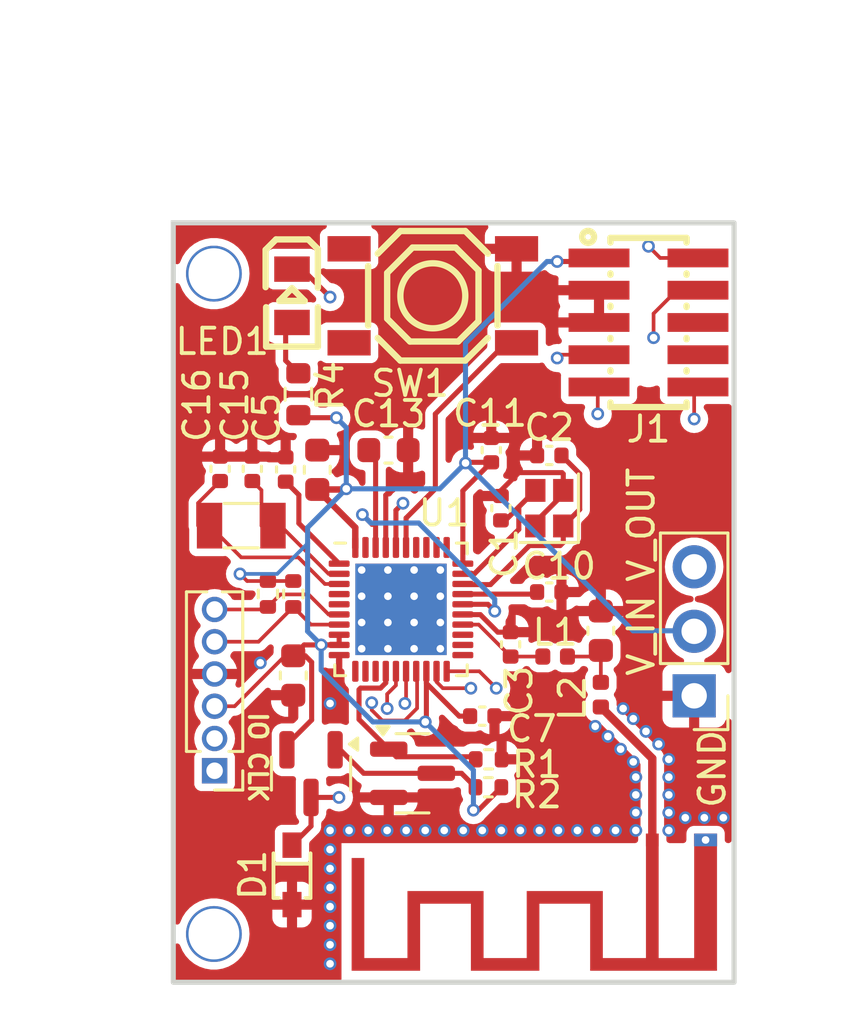
<source format=kicad_pcb>
(kicad_pcb (version 20240108) (generator "pcbnew") (generator_version "8.0")
  (layers (0 "F.Cu" signal) (1 "In1.Cu" signal) (2 "In2.Cu" signal) (31 "B.Cu" signal) (34 "B.Paste" user) (35 "F.Paste" user) (36 "B.SilkS" user "B.Silkscreen") (37 "F.SilkS" user "F.Silkscreen") (38 "B.Mask" user) (39 "F.Mask" user) (44 "Edge.Cuts" user))
  (net 0 "")
  (net 1 "Net-(AE1-A)")
  (net 2 "Net-(U1-XC1)")
  (net 3 "GND")
  (net 4 "Net-(U1-XC2)")
  (net 5 "Net-(U1-XL1{slash}P0.00)")
  (net 6 "Net-(U1-XL2{slash}P0.01)")
  (net 7 "Net-(U1-DEC1)")
  (net 8 "VDD")
  (net 9 "Net-(U1-DEC4)")
  (net 10 "Net-(U1-DEC3)")
  (net 11 "Net-(U1-ANT)")
  (net 12 "/SWDCLK")
  (net 13 "/RST")
  (net 17 "/SWDIO")
  (net 18 "Net-(LED1-A)")
  (net 19 "Net-(LED1-K)")
  (net 20 "Net-(SW1-A)")
  (net 24 "/DBG_RX")
  (net 37 "/DBG_TX")
  (net 40 "Net-(C4-Pad1)")
  (net 41 "Net-(Q1-G)")
  (net 42 "Net-(Q1-D)")
  (net 43 "/ROTHULT_RX")
  (net 44 "/ROTHULT_TX")
  (net 45 "Net-(D1-C)")
  (footprint "easyeda2kicad:SW-SMD_4P-L5.1-W5.1-P3.70-LS6.5-TL-2" (layer "F.Cu") (at 123.3 74.95 180)
    (property "Reference" "SW1" (at 0.9 -3.45 0) (layer "F.SilkS"))
    (property "Value" "TS-1187A-B-A-B")
    (pad "1" smd rect (at -3.3 -1.85 180) (size 1.7 1) (layers "F.Cu" "F.Paste" "F.Mask") (net 20 "Net-(SW1-A)"))
    (pad "2" smd rect (at 3.3 -1.85 180) (size 1.7 1) (layers "F.Cu" "F.Paste" "F.Mask"))
    (pad "3" smd rect (at -3.3 1.85 180) (size 1.7 1) (layers "F.Cu" "F.Paste" "F.Mask") (net 3 "GND"))
    (pad "4" smd rect (at 3.3 1.85 180) (size 1.7 1) (layers "F.Cu" "F.Paste" "F.Mask"))
  )
  (footprint "Resistor_SMD:R_0402_1005Metric" (layer "F.Cu") (at 125.49 94.3 180)
    (property "Reference" "R2" (at -1.91 -0.3 0) (layer "F.SilkS"))
    (property "Value" "10k")
    (pad "1" smd roundrect (at -0.51 0 180) (size 0.54 0.64) (layers "F.Cu" "F.Paste" "F.Mask") (net 8 "VDD"))
    (pad "2" smd roundrect (at 0.51 0 180) (size 0.54 0.64) (layers "F.Cu" "F.Paste" "F.Mask") (net 42 "Net-(Q1-D)"))
  )
  (footprint "Resistor_SMD:R_0402_1005Metric" (layer "F.Cu") (at 117.8 86.69 -90)
    (property "Reference" "R3" (hide yes))
    (property "Value" "10k")
    (pad "1" smd roundrect (at -0.51 0 270) (size 0.54 0.64) (layers "F.Cu" "F.Paste" "F.Mask") (net 8 "VDD"))
    (pad "2" smd roundrect (at 0.51 0 270) (size 0.54 0.64) (layers "F.Cu" "F.Paste" "F.Mask") (net 43 "/ROTHULT_RX"))
  )
  (footprint "Crystal:Crystal_SMD_2016-4Pin_2.0x1.6mm" (layer "F.Cu") (at 127.889779 83.311979 90)
    (property "Reference" "X1" (hide yes))
    (property "Value" "32Mhz crystal")
    (pad "1" smd rect (at -0.7 0.55 90) (size 0.9 0.8) (layers "F.Cu" "F.Paste" "F.Mask") (net 2 "Net-(U1-XC1)"))
    (pad "2" smd rect (at 0.7 0.55 90) (size 0.9 0.8) (layers "F.Cu" "F.Paste" "F.Mask") (net 3 "GND"))
    (pad "3" smd rect (at 0.7 -0.55 90) (size 0.9 0.8) (layers "F.Cu" "F.Paste" "F.Mask") (net 4 "Net-(U1-XC2)"))
    (pad "4" smd rect (at -0.7 -0.55 90) (size 0.9 0.8) (layers "F.Cu" "F.Paste" "F.Mask") (net 3 "GND"))
  )
  (footprint "Inductor_SMD:L_0402_1005Metric" (layer "F.Cu") (at 129.921779 90.654979 -90)
    (property "Reference" "L2" (at 0.145021 1.121779 90) (layer "F.SilkS"))
    (property "Value" "2.2 nH")
    (pad "1" smd roundrect (at -0.485 0 270) (size 0.59 0.64) (layers "F.Cu" "F.Paste" "F.Mask") (net 40 "Net-(C4-Pad1)"))
    (pad "2" smd roundrect (at 0.485 0 270) (size 0.59 0.64) (layers "F.Cu" "F.Paste" "F.Mask") (net 1 "Net-(AE1-A)"))
  )
  (footprint "Capacitor_SMD:C_0402_1005Metric" (layer "F.Cu") (at 127.889779 81.235979)
    (property "Reference" "C2" (at 0 -1.099 0) (layer "F.SilkS"))
    (property "Value" "12 pF")
    (pad "1" smd roundrect (at -0.48 0) (size 0.56 0.62) (layers "F.Cu" "F.Paste" "F.Mask") (net 3 "GND"))
    (pad "2" smd roundrect (at 0.48 0) (size 0.56 0.62) (layers "F.Cu" "F.Paste" "F.Mask") (net 2 "Net-(U1-XC1)"))
  )
  (footprint "Capacitor_SMD:C_0402_1005Metric" (layer "F.Cu") (at 126.365779 88.673979 90)
    (property "Reference" "C3" (at -1.826021 0.334221 90) (layer "F.SilkS"))
    (property "Value" "1.0 pF")
    (pad "1" smd roundrect (at -0.48 0 90) (size 0.56 0.62) (layers "F.Cu" "F.Paste" "F.Mask") (net 11 "Net-(U1-ANT)"))
    (pad "2" smd roundrect (at 0.48 0 90) (size 0.56 0.62) (layers "F.Cu" "F.Paste" "F.Mask") (net 3 "GND"))
  )
  (footprint "Capacitor_SMD:C_0402_1005Metric" (layer "F.Cu") (at 117.5 81.787979 -90)
    (property "Reference" "C5" (at -2.037979 0.75 90) (layer "F.SilkS"))
    (property "Value" "100 nF")
    (pad "1" smd roundrect (at -0.48 0 270) (size 0.56 0.62) (layers "F.Cu" "F.Paste" "F.Mask") (net 3 "GND"))
    (pad "2" smd roundrect (at 0.48 0 270) (size 0.56 0.62) (layers "F.Cu" "F.Paste" "F.Mask") (net 7 "Net-(U1-DEC1)"))
  )
  (footprint "Package_DFN_QFN:QFN-40-1EP_5x5mm_P0.4mm_EP3.6x3.6mm_ThermalVias" (layer "F.Cu") (at 122.045779 87.295979)
    (property "Reference" "U1" (at 1.704221 -3.795979 0) (layer "F.SilkS"))
    (property "Value" "nRF52833-QDxx")
    (pad "1" smd roundrect (at -2.4375 -1.8) (size 0.825 0.25) (layers "F.Cu" "F.Paste" "F.Mask") (net 7 "Net-(U1-DEC1)"))
    (pad "2" smd roundrect (at -2.4375 -1.4) (size 0.825 0.25) (layers "F.Cu" "F.Paste" "F.Mask") (net 5 "Net-(U1-XL1{slash}P0.00)"))
    (pad "3" smd roundrect (at -2.4375 -1) (size 0.825 0.25) (layers "F.Cu" "F.Paste" "F.Mask") (net 6 "Net-(U1-XL2{slash}P0.01)"))
    (pad "4" smd roundrect (at -2.4375 -0.6) (size 0.825 0.25) (layers "F.Cu" "F.Paste" "F.Mask"))
    (pad "5" smd roundrect (at -2.4375 -0.2) (size 0.825 0.25) (layers "F.Cu" "F.Paste" "F.Mask"))
    (pad "6" smd roundrect (at -2.4375 0.2) (size 0.825 0.25) (layers "F.Cu" "F.Paste" "F.Mask") (net 44 "/ROTHULT_TX"))
    (pad "7" smd roundrect (at -2.4375 0.6) (size 0.825 0.25) (layers "F.Cu" "F.Paste" "F.Mask") (net 43 "/ROTHULT_RX"))
    (pad "8" smd roundrect (at -2.4375 1) (size 0.825 0.25) (layers "F.Cu" "F.Paste" "F.Mask") (net 8 "VDD"))
    (pad "9" smd roundrect (at -2.4375 1.4) (size 0.825 0.25) (layers "F.Cu" "F.Paste" "F.Mask") (net 8 "VDD"))
    (pad "10" smd roundrect (at -2.4375 1.8) (size 0.825 0.25) (layers "F.Cu" "F.Paste" "F.Mask") (net 3 "GND"))
    (pad "11" smd roundrect (at -1.8 2.4375) (size 0.25 0.825) (layers "F.Cu" "F.Paste" "F.Mask"))
    (pad "12" smd roundrect (at -1.4 2.4375) (size 0.25 0.825) (layers "F.Cu" "F.Paste" "F.Mask"))
    (pad "13" smd roundrect (at -1 2.4375) (size 0.25 0.825) (layers "F.Cu" "F.Paste" "F.Mask"))
    (pad "14" smd roundrect (at -0.6 2.4375) (size 0.25 0.825) (layers "F.Cu" "F.Paste" "F.Mask") (net 41 "Net-(Q1-G)"))
    (pad "15" smd roundrect (at -0.2 2.4375) (size 0.25 0.825) (layers "F.Cu" "F.Paste" "F.Mask") (net 24 "/DBG_RX"))
    (pad "16" smd roundrect (at 0.2 2.4375) (size 0.25 0.825) (layers "F.Cu" "F.Paste" "F.Mask") (net 13 "/RST"))
    (pad "17" smd roundrect (at 0.6 2.4375) (size 0.25 0.825) (layers "F.Cu" "F.Paste" "F.Mask") (net 37 "/DBG_TX"))
    (pad "18" smd roundrect (at 1 2.4375) (size 0.25 0.825) (layers "F.Cu" "F.Paste" "F.Mask") (net 8 "VDD"))
    (pad "19" smd roundrect (at 1.4 2.4375) (size 0.25 0.825) (layers "F.Cu" "F.Paste" "F.Mask") (net 17 "/SWDIO"))
    (pad "20" smd roundrect (at 1.8 2.4375) (size 0.25 0.825) (layers "F.Cu" "F.Paste" "F.Mask") (net 12 "/SWDCLK"))
    (pad "21" smd roundrect (at 2.4375 1.8) (size 0.825 0.25) (layers "F.Cu" "F.Paste" "F.Mask"))
    (pad "22" smd roundrect (at 2.4375 1.4) (size 0.825 0.25) (layers "F.Cu" "F.Paste" "F.Mask"))
    (pad "23" smd roundrect (at 2.4375 1) (size 0.825 0.25) (layers "F.Cu" "F.Paste" "F.Mask"))
    (pad "24" smd roundrect (at 2.4375 0.6) (size 0.825 0.25) (layers "F.Cu" "F.Paste" "F.Mask") (net 11 "Net-(U1-ANT)"))
    (pad "25" smd roundrect (at 2.4375 0.2) (size 0.825 0.25) (layers "F.Cu" "F.Paste" "F.Mask") (net 3 "GND"))
    (pad "26" smd roundrect (at 2.4375 -0.2) (size 0.825 0.25) (layers "F.Cu" "F.Paste" "F.Mask") (net 9 "Net-(U1-DEC4)"))
    (pad "27" smd roundrect (at 2.4375 -0.6) (size 0.825 0.25) (layers "F.Cu" "F.Paste" "F.Mask") (net 10 "Net-(U1-DEC3)"))
    (pad "28" smd roundrect (at 2.4375 -1) (size 0.825 0.25) (layers "F.Cu" "F.Paste" "F.Mask") (net 2 "Net-(U1-XC1)"))
    (pad "29" smd roundrect (at 2.4375 -1.4) (size 0.825 0.25) (layers "F.Cu" "F.Paste" "F.Mask") (net 4 "Net-(U1-XC2)"))
    (pad "30" smd roundrect (at 2.4375 -1.8) (size 0.825 0.25) (layers "F.Cu" "F.Paste" "F.Mask") (net 8 "VDD"))
    (pad "31" smd roundrect (at 1.8 -2.4375) (size 0.25 0.825) (layers "F.Cu" "F.Paste" "F.Mask"))
    (pad "32" smd roundrect (at 1.4 -2.4375) (size 0.25 0.825) (layers "F.Cu" "F.Paste" "F.Mask"))
    (pad "33" smd roundrect (at 1 -2.4375) (size 0.25 0.825) (layers "F.Cu" "F.Paste" "F.Mask"))
    (pad "34" smd roundrect (at 0.6 -2.4375) (size 0.25 0.825) (layers "F.Cu" "F.Paste" "F.Mask"))
    (pad "35" smd roundrect (at 0.2 -2.4375) (size 0.25 0.825) (layers "F.Cu" "F.Paste" "F.Mask") (net 20 "Net-(SW1-A)"))
    (pad "36" smd roundrect (at -0.2 -2.4375) (size 0.25 0.825) (layers "F.Cu" "F.Paste" "F.Mask") (net 19 "Net-(LED1-K)"))
    (pad "37" smd roundrect (at -0.6 -2.4375) (size 0.25 0.825) (layers "F.Cu" "F.Paste" "F.Mask") (net 3 "GND"))
    (pad "38" smd roundrect (at -1 -2.4375) (size 0.25 0.825) (layers "F.Cu" "F.Paste" "F.Mask") (net 9 "Net-(U1-DEC4)"))
    (pad "39" smd roundrect (at -1.4 -2.4375) (size 0.25 0.825) (layers "F.Cu" "F.Paste" "F.Mask"))
    (pad "40" smd roundrect (at -1.8 -2.4375) (size 0.25 0.825) (layers "F.Cu" "F.Paste" "F.Mask") (net 8 "VDD"))
    (pad "41" thru_hole circle (at -1.55 -1.55) (size 0.5 0.5) (drill 0.3) (layers "*.Cu"))
    (pad "41" thru_hole circle (at -1.55 -0.516667) (size 0.5 0.5) (drill 0.3) (layers "*.Cu"))
    (pad "41" thru_hole circle (at -1.55 0.516667) (size 0.5 0.5) (drill 0.3) (layers "*.Cu"))
    (pad "41" thru_hole circle (at -1.55 1.55) (size 0.5 0.5) (drill 0.3) (layers "*.Cu"))
    (pad "41" thru_hole circle (at -0.516667 -1.55) (size 0.5 0.5) (drill 0.3) (layers "*.Cu"))
    (pad "41" thru_hole circle (at -0.516667 -0.516667) (size 0.5 0.5) (drill 0.3) (layers "*.Cu"))
    (pad "41" thru_hole circle (at -0.516667 0.516667) (size 0.5 0.5) (drill 0.3) (layers "*.Cu"))
    (pad "41" thru_hole circle (at -0.516667 1.55) (size 0.5 0.5) (drill 0.3) (layers "*.Cu"))
    (pad "41" smd rect (at 0 0) (size 3.6 3.6) (layers "F.Cu" "F.Mask"))
    (pad "41" smd rect (at 0 0) (size 3.6 3.6) (layers "B.Cu"))
    (pad "41" thru_hole circle (at 0.516667 -1.55) (size 0.5 0.5) (drill 0.3) (layers "*.Cu"))
    (pad "41" thru_hole circle (at 0.516667 -0.516667) (size 0.5 0.5) (drill 0.3) (layers "*.Cu"))
    (pad "41" thru_hole circle (at 0.516667 0.516667) (size 0.5 0.5) (drill 0.3) (layers "*.Cu"))
    (pad "41" thru_hole circle (at 0.516667 1.55) (size 0.5 0.5) (drill 0.3) (layers "*.Cu"))
    (pad "41" thru_hole circle (at 1.55 -1.55) (size 0.5 0.5) (drill 0.3) (layers "*.Cu"))
    (pad "41" thru_hole circle (at 1.55 -0.516667) (size 0.5 0.5) (drill 0.3) (layers "*.Cu"))
    (pad "41" thru_hole circle (at 1.55 0.516667) (size 0.5 0.5) (drill 0.3) (layers "*.Cu"))
    (pad "41" thru_hole circle (at 1.55 1.55) (size 0.5 0.5) (drill 0.3) (layers "*.Cu"))
  )
  (footprint "Capacitor_SMD:C_0402_1005Metric" (layer "F.Cu") (at 125.25 91.5)
    (property "Reference" "C7" (at 1.95 0.5 0) (layer "F.SilkS"))
    (property "Value" "100 nF")
    (pad "1" smd roundrect (at -0.48 0) (size 0.56 0.62) (layers "F.Cu" "F.Paste" "F.Mask") (net 8 "VDD"))
    (pad "2" smd roundrect (at 0.48 0) (size 0.56 0.62) (layers "F.Cu" "F.Paste" "F.Mask") (net 3 "GND"))
  )
  (footprint "Package_TO_SOT_SMD:SOT-23" (layer "F.Cu") (at 118.5 93.7625 -90)
    (property "Reference" "Q2" (hide yes))
    (property "Value" "IRML6401")
    (pad "1" smd roundrect (at -0.9375 -0.95 270) (size 1.475 0.6) (layers "F.Cu" "F.Paste" "F.Mask") (net 42 "Net-(Q1-D)"))
    (pad "2" smd roundrect (at -0.9375 0.95 270) (size 1.475 0.6) (layers "F.Cu" "F.Paste" "F.Mask") (net 8 "VDD"))
    (pad "3" smd roundrect (at 0.9375 0 270) (size 1.475 0.6) (layers "F.Cu" "F.Paste" "F.Mask") (net 45 "Net-(D1-C)"))
  )
  (footprint "Capacitor_SMD:C_0402_1005Metric" (layer "F.Cu") (at 116.186 81.7624 -90)
    (property "Reference" "C15" (at -2.5124 0.686 90) (layer "F.SilkS"))
    (property "Value" "12 pF")
    (pad "1" smd roundrect (at -0.48 0 270) (size 0.56 0.62) (layers "F.Cu" "F.Paste" "F.Mask") (net 3 "GND"))
    (pad "2" smd roundrect (at 0.48 0 270) (size 0.56 0.62) (layers "F.Cu" "F.Paste" "F.Mask") (net 5 "Net-(U1-XL1{slash}P0.00)"))
  )
  (footprint "easyeda2kicad:HDR-SMD_10P-P1.27-V-M-R2-C5-LS5.5" (layer "F.Cu") (at 131.8 76 -90)
    (property "Reference" "J1" (at 4.2 0 0) (layer "F.SilkS"))
    (property "Value" "KH-1.27PH180-2X5P-L7.2-SMT")
    (pad "" np_thru_hole circle (at -1.91 0 270) (size 0.8 0.8) (drill 0.8) (layers "F&B.Cu" "*.Mask"))
    (pad "" np_thru_hole circle (at 1.9 0 270) (size 0.8 0.8) (drill 0.8) (layers "F&B.Cu" "*.Mask"))
    (pad "1" smd rect (at -2.54 1.95 270) (size 0.74 2.4) (layers "F.Cu" "F.Paste" "F.Mask") (net 8 "VDD"))
    (pad "2" smd rect (at -2.54 -1.95 270) (size 0.74 2.4) (layers "F.Cu" "F.Paste" "F.Mask") (net 17 "/SWDIO"))
    (pad "3" smd rect (at -1.27 1.95 270) (size 0.74 2.4) (layers "F.Cu" "F.Paste" "F.Mask") (net 3 "GND"))
    (pad "4" smd rect (at -1.27 -1.95 270) (size 0.74 2.4) (layers "F.Cu" "F.Paste" "F.Mask") (net 12 "/SWDCLK"))
    (pad "5" smd rect (at 0 1.95 270) (size 0.74 2.4) (layers "F.Cu" "F.Paste" "F.Mask") (net 3 "GND"))
    (pad "6" smd rect (at 0 -1.95 270) (size 0.74 2.4) (layers "F.Cu" "F.Paste" "F.Mask"))
    (pad "7" smd rect (at 1.27 1.95 270) (size 0.74 2.4) (layers "F.Cu" "F.Paste" "F.Mask") (net 37 "/DBG_TX"))
    (pad "8" smd rect (at 1.27 -1.95 270) (size 0.74 2.4) (layers "F.Cu" "F.Paste" "F.Mask"))
    (pad "9" smd rect (at 2.54 1.95 270) (size 0.74 2.4) (layers "F.Cu" "F.Paste" "F.Mask") (net 24 "/DBG_RX"))
    (pad "10" smd rect (at 2.54 -1.95 270) (size 0.74 2.4) (layers "F.Cu" "F.Paste" "F.Mask") (net 13 "/RST"))
  )
  (footprint "Resistor_SMD:R_0402_1005Metric" (layer "F.Cu") (at 125.5 93.2)
    (property "Reference" "R1" (at 1.9 0.2 0) (layer "F.SilkS"))
    (property "Value" "10k")
    (pad "1" smd roundrect (at -0.51 0) (size 0.54 0.64) (layers "F.Cu" "F.Paste" "F.Mask") (net 41 "Net-(Q1-G)"))
    (pad "2" smd roundrect (at 0.51 0) (size 0.54 0.64) (layers "F.Cu" "F.Paste" "F.Mask") (net 3 "GND"))
  )
  (footprint "Package_TO_SOT_SMD:SOT-23" (layer "F.Cu") (at 122.5 93.75)
    (property "Reference" "Q1" (hide yes))
    (property "Value" "2N7002")
    (pad "1" smd roundrect (at -0.9375 -0.95) (size 1.475 0.6) (layers "F.Cu" "F.Paste" "F.Mask") (net 41 "Net-(Q1-G)"))
    (pad "2" smd roundrect (at -0.9375 0.95) (size 1.475 0.6) (layers "F.Cu" "F.Paste" "F.Mask") (net 3 "GND"))
    (pad "3" smd roundrect (at 0.9375 0) (size 1.475 0.6) (layers "F.Cu" "F.Paste" "F.Mask") (net 42 "Net-(Q1-D)"))
  )
  (footprint "Capacitor_SMD:C_0402_1005Metric" (layer "F.Cu") (at 125.603779 81.025979 90)
    (property "Reference" "C11" (at 1.448 -0.051 180) (layer "F.SilkS"))
    (property "Value" "100 nF")
    (pad "1" smd roundrect (at -0.48 0 90) (size 0.56 0.62) (layers "F.Cu" "F.Paste" "F.Mask") (net 8 "VDD"))
    (pad "2" smd roundrect (at 0.48 0 90) (size 0.56 0.62) (layers "F.Cu" "F.Paste" "F.Mask") (net 3 "GND"))
  )
  (footprint "Crystal:Crystal_SMD_3215-2Pin_3.2x1.5mm" (layer "F.Cu") (at 115.75 84 180)
    (property "Reference" "X2" (hide yes))
    (property "Value" "32.768kHz crystal")
    (pad "1" smd rect (at 1.25 0 180) (size 1 1.8) (layers "F.Cu" "F.Paste" "F.Mask") (net 6 "Net-(U1-XL2{slash}P0.01)"))
    (pad "2" smd rect (at -1.25 0 180) (size 1 1.8) (layers "F.Cu" "F.Paste" "F.Mask") (net 5 "Net-(U1-XL1{slash}P0.00)"))
  )
  (footprint "Inductor_SMD:L_0402_1005Metric" (layer "F.Cu") (at 128.120779 89.153979)
    (property "Reference" "L1" (at 0 -0.953979 0) (layer "F.SilkS"))
    (property "Value" "4.7 nH")
    (pad "1" smd roundrect (at -0.485 0) (size 0.59 0.64) (layers "F.Cu" "F.Paste" "F.Mask") (net 11 "Net-(U1-ANT)"))
    (pad "2" smd roundrect (at 0.485 0) (size 0.59 0.64) (layers "F.Cu" "F.Paste" "F.Mask") (net 40 "Net-(C4-Pad1)"))
  )
  (footprint "Capacitor_SMD:C_0603_1608Metric" (layer "F.Cu") (at 129.921779 88.137979 90)
    (property "Reference" "C4" (hide yes))
    (property "Value" "1.2 pF")
    (pad "1" smd roundrect (at -0.775 0 90) (size 0.9 0.95) (layers "F.Cu" "F.Paste" "F.Mask") (net 40 "Net-(C4-Pad1)"))
    (pad "2" smd roundrect (at 0.775 0 90) (size 0.9 0.95) (layers "F.Cu" "F.Paste" "F.Mask") (net 3 "GND"))
  )
  (footprint "Connector_PinHeader_1.27mm:PinHeader_1x06_P1.27mm_Vertical" (layer "F.Cu") (at 114.7 93.65 180)
    (property "Reference" "J2" (hide yes))
    (property "Value" "Rothult_Debug_Header")
    (pad "1" thru_hole rect (at 0 0 180) (size 1 1) (drill 0.65) (layers "*.Cu" "*.Mask"))
    (pad "2" thru_hole oval (at 0 1.27 180) (size 1 1) (drill 0.65) (layers "*.Cu" "*.Mask"))
    (pad "3" thru_hole oval (at 0 2.54 180) (size 1 1) (drill 0.65) (layers "*.Cu" "*.Mask") (net 8 "VDD"))
    (pad "4" thru_hole oval (at 0 3.81 180) (size 1 1) (drill 0.65) (layers "*.Cu" "*.Mask") (net 3 "GND"))
    (pad "5" thru_hole oval (at 0 5.08 180) (size 1 1) (drill 0.65) (layers "*.Cu" "*.Mask") (net 43 "/ROTHULT_RX"))
    (pad "6" thru_hole oval (at 0 6.35 180) (size 1 1) (drill 0.65) (layers "*.Cu" "*.Mask") (net 44 "/ROTHULT_TX"))
  )
  (footprint "Resistor_SMD:R_0603_1608Metric" (layer "F.Cu") (at 118 78.825 -90)
    (property "Reference" "R4" (at -0.325 -1.25 90) (layer "F.SilkS"))
    (property "Value" "100R Resistor")
    (pad "1" smd roundrect (at -0.825 0 270) (size 0.8 0.95) (layers "F.Cu" "F.Paste" "F.Mask") (net 18 "Net-(LED1-A)"))
    (pad "2" smd roundrect (at 0.825 0 270) (size 0.8 0.95) (layers "F.Cu" "F.Paste" "F.Mask") (net 8 "VDD"))
  )
  (footprint "Capacitor_SMD:C_0603_1608Metric" (layer "F.Cu") (at 118.745779 81.800979 90)
    (property "Reference" "C12" (hide yes))
    (property "Value" "1.0 uF")
    (pad "1" smd roundrect (at -0.775 0 90) (size 0.9 0.95) (layers "F.Cu" "F.Paste" "F.Mask") (net 8 "VDD"))
    (pad "2" smd roundrect (at 0.775 0 90) (size 0.9 0.95) (layers "F.Cu" "F.Paste" "F.Mask") (net 3 "GND"))
  )
  (footprint "Capacitor_SMD:C_0603_1608Metric" (layer "F.Cu") (at 121.552779 81.025979)
    (property "Reference" "C13" (at 0 -1.43 0) (layer "F.SilkS"))
    (property "Value" "1.0 uF")
    (pad "1" smd roundrect (at -0.775 0) (size 0.9 0.95) (layers "F.Cu" "F.Paste" "F.Mask") (net 9 "Net-(U1-DEC4)"))
    (pad "2" smd roundrect (at 0.775 0) (size 0.9 0.95) (layers "F.Cu" "F.Paste" "F.Mask") (net 3 "GND"))
  )
  (footprint "Connector_PinHeader_2.54mm:PinHeader_1x03_P2.54mm_Vertical" (layer "F.Cu") (at 133.6 90.7 180)
    (property "Reference" "J3" (hide yes))
    (property "Value" "Conn_01x03_Pin")
    (pad "1" thru_hole rect (at 0 0 180) (size 1.7 1.7) (drill 1) (layers "*.Cu" "*.Mask") (net 3 "GND"))
    (pad "2" thru_hole oval (at 0 2.54 180) (size 1.7 1.7) (drill 1) (layers "*.Cu" "*.Mask") (net 8 "VDD"))
    (pad "3" thru_hole oval (at 0 5.08 180) (size 1.7 1.7) (drill 1) (layers "*.Cu" "*.Mask") (net 45 "Net-(D1-C)"))
  )
  (footprint "easyeda2kicad:LED0805-R-RD" (layer "F.Cu") (at 117.75 74.95 -90)
    (property "Reference" "LED1" (at 1.8 2.75 180) (layer "F.SilkS"))
    (property "Value" "0805G (Green)")
    (pad "1" smd rect (at 1.05 0 90) (size 1 1.4) (layers "F.Cu" "F.Paste" "F.Mask") (net 18 "Net-(LED1-A)"))
    (pad "2" smd rect (at -1.05 0 90) (size 1 1.4) (layers "F.Cu" "F.Paste" "F.Mask") (net 19 "Net-(LED1-K)"))
  )
  (footprint "Capacitor_SMD:C_0603_1608Metric" (layer "F.Cu") (at 117.8 89.9 -90)
    (property "Reference" "C6" (hide yes))
    (property "Value" "4.7 uF")
    (pad "1" smd roundrect (at -0.775 0 270) (size 0.9 0.95) (layers "F.Cu" "F.Paste" "F.Mask") (net 8 "VDD"))
    (pad "2" smd roundrect (at 0.775 0 270) (size 0.9 0.95) (layers "F.Cu" "F.Paste" "F.Mask") (net 3 "GND"))
  )
  (footprint "easyeda2kicad:SOD-323_L1.8-W1.3-LS2.5-RD" (layer "F.Cu") (at 117.75 97.75 -90)
    (property "Reference" "D1" (at 0 1.55 90) (layer "F.SilkS"))
    (property "Value" "1N5819WS")
    (pad "1" smd rect (at -1.17 0 270) (size 1 0.75) (layers "F.Cu" "F.Paste" "F.Mask") (net 45 "Net-(D1-C)"))
    (pad "2" smd rect (at 1.17 0 270) (size 1 0.75) (layers "F.Cu" "F.Paste" "F.Mask") (net 3 "GND"))
  )
  (footprint "Capacitor_SMD:C_0402_1005Metric" (layer "F.Cu") (at 127.889779 86.613979)
    (property "Reference" "C10" (at 0.381 -1.016 0) (layer "F.SilkS"))
    (property "Value" "100 pF")
    (pad "1" smd roundrect (at -0.48 0) (size 0.56 0.62) (layers "F.Cu" "F.Paste" "F.Mask") (net 10 "Net-(U1-DEC3)"))
    (pad "2" smd roundrect (at 0.48 0) (size 0.56 0.62) (layers "F.Cu" "F.Paste" "F.Mask") (net 3 "GND"))
  )
  (footprint "Resistor_SMD:R_0402_1005Metric" (layer "F.Cu") (at 116.8 86.69 -90)
    (property "Reference" "R5" (hide yes))
    (property "Value" "10k")
    (pad "1" smd roundrect (at -0.51 0 270) (size 0.54 0.64) (layers "F.Cu" "F.Paste" "F.Mask") (net 8 "VDD"))
    (pad "2" smd roundrect (at 0.51 0 270) (size 0.54 0.64) (layers "F.Cu" "F.Paste" "F.Mask") (net 44 "/ROTHULT_TX"))
  )
  (footprint "RF_Antenna:Texas_SWRA117D_2.4GHz_Right" (layer "F.Cu") (at 131.95 96.375 180)
    (property "Reference" "AE1" (hide yes))
    (property "Value" "Antenna")
    (fp_poly (pts (xy 2.45 -2.51) (xy 4.45 -2.51) (xy 4.45 -5.15) (xy 7.15 -5.15) (xy 7.15 -2.51) (xy 9.15 -2.51) (xy 9.15 -5.15) (xy 11.85 -5.15) (xy 11.85 -0.71) (xy 11.35 -0.71) (xy 11.35 -4.65) (xy 9.65 -4.65) (xy 9.65 -2.01) (xy 6.65 -2.01) (xy 6.65 -4.65) (xy 4.95 -4.65) (xy 4.95 -2.01) (xy 1.95 -2.01) (xy 1.95 -4.65) (xy 0.25 -4.65) (xy 0.25 0.25) (xy -0.25 0.25) (xy -0.25 -4.65) (xy -1.65 -4.65) (xy -1.65 0.25) (xy -2.55 0.25) (xy -2.55 0.006785) (xy -2.247583 0.006785) (xy -2.237742 0.054395) (xy -2.213674 0.096797) (xy -2.175731 0.129581) (xy -2.167819 0.133935) (xy -2.125156 0.146043) (xy -2.076637 0.1453) (xy -2.031122 0.1324) (xy -2.012511 0.121787) (xy -1.978868 0.086553) (xy -1.958309 0.041368) (xy -1.951778 -0.008158) (xy -1.960218 -0.056417) (xy -1.977112 -0.088643) (xy -2.012372 -0.121313) (xy -2.057682 -0.141408) (xy -2.107267 -0.147982) (xy -2.155353 -0.140092) (xy -2.188245 -0.123186) (xy -2.223185 -0.086416) (xy -2.242847 -0.041622) (xy -2.247583 0.006785) (xy -2.55 0.006785) (xy -2.55 -5.15) (xy 2.45 -5.15) (xy 2.45 -2.51)) (fill solid) (layer "F.Cu"))
    (pad "1" connect rect (at 0 0 180) (size 0.5 0.5) (layers "F.Cu") (net 1 "Net-(AE1-A)"))
    (pad "2" thru_hole rect (at -2.1 0 180) (size 0.9 0.5) (drill 0.3) (layers "*.Cu"))
  )
  (footprint "Capacitor_SMD:C_0402_1005Metric" (layer "F.Cu") (at 125.984779 83.311979 -90)
    (property "Reference" "C1" (at 1.778 -0.127 90) (layer "F.SilkS"))
    (property "Value" "12 pF")
    (pad "1" smd roundrect (at -0.48 0 270) (size 0.56 0.62) (layers "F.Cu" "F.Paste" "F.Mask") (net 3 "GND"))
    (pad "2" smd roundrect (at 0.48 0 270) (size 0.56 0.62) (layers "F.Cu" "F.Paste" "F.Mask") (net 4 "Net-(U1-XC2)"))
  )
  (footprint "Capacitor_SMD:C_0402_1005Metric" (layer "F.Cu") (at 114.916 81.7624 -90)
    (property "Reference" "C16" (at -2.512 0.916 90) (layer "F.SilkS"))
    (property "Value" "12 pF")
    (pad "1" smd roundrect (at -0.48 0 270) (size 0.56 0.62) (layers "F.Cu" "F.Paste" "F.Mask") (net 3 "GND"))
    (pad "2" smd roundrect (at 0.48 0 270) (size 0.56 0.62) (layers "F.Cu" "F.Paste" "F.Mask") (net 6 "Net-(U1-XL2{slash}P0.01)"))
  )
  (gr_rect (start 113.071779 72.077979) (end 135.171779 101.977979) (stroke (width 0.2)) (fill none) (layer "Edge.Cuts"))
  (gr_text "GND" (at 134.9 95.2 90) (layer "F.SilkS") (effects (font (size 1 1)) (justify left bottom)))
  (gr_text "IO" (at 116.4 91.9 270) (layer "F.SilkS") (effects (font (size 0.7 0.7))))
  (gr_text "CLK" (at 116.4 93.9 270) (layer "F.SilkS") (effects (font (size 0.7 0.7))))
  (gr_text "V_OUT" (at 132.1 86.3 90) (layer "F.SilkS") (effects (font (size 1 1)) (justify left bottom)))
  (gr_text "V_IN" (at 132.1 90 90) (layer "F.SilkS") (effects (font (size 1 1)) (justify left bottom)))
  (via (at 114.671779 74.077979) (size 2.2) (drill 2) (layers "F.Cu" "B.Cu") (net 0))
  (via (at 114.671779 100.077979) (size 2.2) (drill 2) (layers "F.Cu" "B.Cu") (net 0))
  (segment (start 129.921779 91.139979) (end 131.95 93.1682) (width 0.33) (layer "F.Cu") (net 1))
  (segment (start 131.95 93.1682) (end 131.95 96.375) (width 0.33) (layer "F.Cu") (net 1))
  (segment (start 128.439779 84.011979) (end 129.089779 83.361979) (width 0.2) (layer "F.Cu") (net 2))
  (segment (start 129.089779 83.361979) (end 129.089779 81.955979) (width 0.2) (layer "F.Cu") (net 2))
  (segment (start 128.439779 84.661979) (end 128.439779 84.011979) (width 0.2) (layer "F.Cu") (net 2))
  (segment (start 129.089779 81.955979) (end 128.369779 81.235979) (width 0.2) (layer "F.Cu") (net 2))
  (segment (start 124.508279 86.320979) (end 125.571236 86.320979) (width 0.2) (layer "F.Cu") (net 2))
  (segment (start 125.571236 86.320979) (end 127.108236 84.783979) (width 0.2) (layer "F.Cu") (net 2))
  (segment (start 124.483279 86.295979) (end 124.508279 86.320979) (width 0.2) (layer "F.Cu") (net 2))
  (segment (start 127.108236 84.783979) (end 128.317779 84.783979) (width 0.2) (layer "F.Cu") (net 2))
  (segment (start 128.317779 84.783979) (end 128.439779 84.661979) (width 0.2) (layer "F.Cu") (net 2))
  (segment (start 128.439779 82.611979) (end 128.439779 81.961979) (width 0.2) (layer "F.Cu") (net 3))
  (segment (start 128.439779 82.611979) (end 128.439779 82.761979) (width 0.2) (layer "F.Cu") (net 3))
  (segment (start 128.439779 81.961979) (end 128.389779 81.911979) (width 0.2) (layer "F.Cu") (net 3))
  (segment (start 125.984779 82.831979) (end 126.083779 82.831979) (width 0.2) (layer "F.Cu") (net 3))
  (segment (start 127.339779 83.861979) (end 127.339779 84.011979) (width 0.2) (layer "F.Cu") (net 3))
  (segment (start 125.984779 82.616979) (end 125.984779 82.831979) (width 0.2) (layer "F.Cu") (net 3))
  (segment (start 125.170863 87.502979) (end 125.861863 88.193979) (width 0.2) (layer "F.Cu") (net 3))
  (segment (start 126.689779 81.911979) (end 125.984779 82.616979) (width 0.2) (layer "F.Cu") (net 3))
  (segment (start 124.587779 87.502979) (end 125.170863 87.502979) (width 0.2) (layer "F.Cu") (net 3))
  (segment (start 122.327779 81.913979) (end 122.327779 81.025979) (width 0.2) (layer "F.Cu") (net 3))
  (segment (start 119.608279 89.095979) (end 119.608279 89.8) (width 0.2) (layer "F.Cu") (net 3))
  (segment (start 128.389779 81.911979) (end 126.689779 81.911979) (width 0.2) (layer "F.Cu") (net 3))
  (segment (start 128.439779 82.761979) (end 127.339779 83.861979) (width 0.2) (layer "F.Cu") (net 3))
  (segment (start 121.445779 84.858479) (end 121.445779 82.795979) (width 0.2) (layer "F.Cu") (net 3))
  (segment (start 121.445779 82.795979) (end 122.327779 81.913979) (width 0.2) (layer "F.Cu") (net 3))
  (segment (start 125.861863 88.193979) (end 126.365779 88.193979) (width 0.2) (layer "F.Cu") (net 3))
  (segment (start 118.463779 81.307979) (end 118.745779 81.025979) (width 0.2) (layer "F.Cu") (net 3))
  (segment (start 124.483279 87.495979) (end 124.580779 87.495979) (width 0.2) (layer "F.Cu") (net 3))
  (segment (start 124.580779 87.495979) (end 124.587779 87.502979) (width 0.2) (layer "F.Cu") (net 3))
  (via (at 129 96) (size 0.5) (drill 0.3) (layers "F.Cu" "B.Cu") (net 3))
  (via (at 127.5 96) (size 0.5) (drill 0.3) (layers "F.Cu" "B.Cu") (net 3))
  (via (at 131.3 94.6) (size 0.5) (drill 0.3) (layers "F.Cu" "B.Cu") (net 3))
  (via (at 131.3 96) (size 0.5) (drill 0.3) (layers "F.Cu" "B.Cu") (net 3))
  (via (at 119.25 98.25) (size 0.5) (drill 0.3) (layers "F.Cu" "B.Cu") (net 3))
  (via (at 131.2 93.3) (size 0.5) (drill 0.3) (layers "F.Cu" "B.Cu") (net 3))
  (via (at 132.6 94.6) (size 0.5) (drill 0.3) (layers "F.Cu" "B.Cu") (net 3))
  (via (at 119.25 91) (size 0.5) (drill 0.3) (layers "F.Cu" "B.Cu") (net 3))
  (via (at 123.75 96) (size 0.5) (drill 0.3) (layers "F.Cu" "B.Cu") (net 3))
  (via (at 132.6 93.9) (size 0.5) (drill 0.3) (layers "F.Cu" "B.Cu") (net 3))
  (via (at 134 95.5) (size 0.5) (drill 0.3) (layers "F.Cu" "B.Cu") (net 3))
  (via (at 128.25 96) (size 0.5) (drill 0.3) (layers "F.Cu" "B.Cu") (net 3))
  (via (at 126.75 96) (size 0.5) (drill 0.3) (layers "F.Cu" "B.Cu") (net 3))
  (via (at 123 96) (size 0.5) (drill 0.3) (layers "F.Cu" "B.Cu") (net 3))
  (via (at 119.25 101.25) (size 0.5) (drill 0.3) (layers "F.Cu" "B.Cu") (net 3))
  (via (at 131.7 92.1) (size 0.5) (drill 0.3) (layers "F.Cu" "B.Cu") (net 3))
  (via (at 125.25 96) (size 0.5) (drill 0.3) (layers "F.Cu" "B.Cu") (net 3))
  (via (at 131.3 93.9) (size 0.5) (drill 0.3) (layers "F.Cu" "B.Cu") (net 3))
  (via (at 132.6 96) (size 0.5) (drill 0.3) (layers "F.Cu" "B.Cu") (net 3))
  (via (at 132.6 95.3) (size 0.5) (drill 0.3) (layers "F.Cu" "B.Cu") (net 3))
  (via (at 121.5 96) (size 0.5) (drill 0.3) (layers "F.Cu" "B.Cu") (net 3))
  (via (at 119.25 96.75) (size 0.5) (drill 0.3) (layers "F.Cu" "B.Cu") (net 3))
  (via (at 119.25 99) (size 0.5) (drill 0.3) (layers "F.Cu" "B.Cu") (net 3))
  (via (at 134.75 95.5) (size 0.5) (drill 0.3) (layers "F.Cu" "B.Cu") (net 3))
  (via (at 120 96) (size 0.5) (drill 0.3) (layers "F.Cu" "B.Cu") (net 3))
  (via (at 132.2 92.6) (size 0.5) (drill 0.3) (layers "F.Cu" "B.Cu") (net 3))
  (via (at 131.3 95.3) (size 0.5) (drill 0.3) (layers "F.Cu" "B.Cu") (net 3))
  (via (at 119.25 99.75) (size 0.5) (drill 0.3) (layers "F.Cu" "B.Cu") (net 3))
  (via (at 119.25 96) (size 0.5) (drill 0.3) (layers "F.Cu" "B.Cu") (net 3))
  (via (at 116.5 89.4) (size 0.5) (drill 0.3) (layers "F.Cu" "B.Cu") (net 3))
  (via (at 120.75 96) (size 0.5) (drill 0.3) (layers "F.Cu" "B.Cu") (net 3))
  (via (at 124.5 96) (size 0.5) (drill 0.3) (layers "F.Cu" "B.Cu") (net 3))
  (via (at 131.2 91.6) (size 0.5) (drill 0.3) (layers "F.Cu" "B.Cu") (net 3))
  (via (at 133.25 95.5) (size 0.5) (drill 0.3) (layers "F.Cu" "B.Cu") (net 3))
  (via (at 129.75 96) (size 0.5) (drill 0.3) (layers "F.Cu" "B.Cu") (net 3))
  (via (at 130.7 92.8) (size 0.5) (drill 0.3) (layers "F.Cu" "B.Cu") (net 3))
  (via (at 129.7 91.9) (size 0.5) (drill 0.3) (layers "F.Cu" "B.Cu") (net 3))
  (via (at 130.8 91.2) (size 0.5) (drill 0.3) (layers "F.Cu" "B.Cu") (net 3))
  (via (at 119.25 100.5) (size 0.5) (drill 0.3) (layers "F.Cu" "B.Cu") (net 3))
  (via (at 130.2 92.3) (size 0.5) (drill 0.3) (layers "F.Cu" "B.Cu") (net 3))
  (via (at 119.25 97.5) (size 0.5) (drill 0.3) (layers "F.Cu" "B.Cu") (net 3))
  (via (at 130.5 96) (size 0.5) (drill 0.3) (layers "F.Cu" "B.Cu") (net 3))
  (via (at 132.6 93.2) (size 0.5) (drill 0.3) (layers "F.Cu" "B.Cu") (net 3))
  (via (at 122.25 96) (size 0.5) (drill 0.3) (layers "F.Cu" "B.Cu") (net 3))
  (via (at 126 96) (size 0.5) (drill 0.3) (layers "F.Cu" "B.Cu") (net 3))
  (segment (start 124.483279 85.895979) (end 124.937721 85.895979) (width 0.2) (layer "F.Cu") (net 4))
  (segment (start 126.689779 84.143921) (end 126.689779 83.261979) (width 0.2) (layer "F.Cu") (net 4))
  (segment (start 125.984779 83.791979) (end 126.159779 83.791979) (width 0.2) (layer "F.Cu") (net 4))
  (segment (start 124.937721 85.895979) (end 126.689779 84.143921) (width 0.2) (layer "F.Cu") (net 4))
  (segment (start 126.159779 83.791979) (end 127.339779 82.611979) (width 0.2) (layer "F.Cu") (net 4))
  (segment (start 117.295016 84) (end 117 84) (width 0.145) (layer "F.Cu") (net 5))
  (segment (start 116.75 84) (end 116.5468 84) (width 0.145) (layer "F.Cu") (net 5))
  (segment (start 116.5468 84) (end 116.5468 82.6032) (width 0.145) (layer "F.Cu") (net 5))
  (segment (start 116.5468 82.6032) (end 116.186 82.2424) (width 0.145) (layer "F.Cu") (net 5))
  (segment (start 119.190995 85.895979) (end 117.295016 84) (width 0.145) (layer "F.Cu") (net 5))
  (segment (start 119.608279 85.895979) (end 119.190995 85.895979) (width 0.145) (layer "F.Cu") (net 5))
  (segment (start 119.608279 86.295979) (end 119.045979 86.295979) (width 0.145) (layer "F.Cu") (net 6))
  (segment (start 119.045979 86.295979) (end 118 85.25) (width 0.145) (layer "F.Cu") (net 6))
  (segment (start 114.0468 83.1116) (end 114.916 82.2424) (width 0.145) (layer "F.Cu") (net 6))
  (segment (start 114.0468 84) (end 114.0468 83.1116) (width 0.145) (layer "F.Cu") (net 6))
  (segment (start 115.75 85.25) (end 114.5 84) (width 0.145) (layer "F.Cu") (net 6))
  (segment (start 118 85.25) (end 115.75 85.25) (width 0.145) (layer "F.Cu") (net 6))
  (segment (start 118.020779 83.908479) (end 118.020779 82.788758) (width 0.2) (layer "F.Cu") (net 7))
  (segment (start 118.020779 82.788758) (end 117.5 82.267979) (width 0.2) (layer "F.Cu") (net 7))
  (segment (start 119.608279 85.495979) (end 118.020779 83.908479) (width 0.2) (layer "F.Cu") (net 7))
  (segment (start 123.045779 91.683337) (end 123.002027 91.727089) (width 0.2) (layer "F.Cu") (net 8))
  (segment (start 118.9 88.695979) (end 119.608279 88.695979) (width 0.2) (layer "F.Cu") (net 8))
  (segment (start 114.7 91.11) (end 115.49 91.11) (width 0.145) (layer "F.Cu") (net 8))
  (segment (start 115.49 91.11) (end 117.475 89.125) (width 0.145) (layer "F.Cu") (net 8))
  (segment (start 118.745779 82.575979) (end 119.862779 82.575979) (width 0.254) (layer "F.Cu") (net 8))
  (segment (start 118.525 89.375) (end 118.525 91.65) (width 0.2) (layer "F.Cu") (net 8))
  (segment (start 118.745779 82.575979) (end 120.243779 84.073979) (width 0.254) (layer "F.Cu") (net 8))
  (segment (start 117.8 86.18) (end 116.8 86.18) (width 0.145) (layer "F.Cu") (net 8))
  (segment (start 120.243779 84.073979) (end 120.243779 84.858479) (width 0.254) (layer "F.Cu") (net 8))
  (segment (start 124.9 95.2) (end 125.1 95.2) (width 0.2) (layer "F.Cu") (net 8))
  (segment (start 118.275 89.125) (end 118.525 89.375) (width 0.2) (layer "F.Cu") (net 8))
  (segment (start 125.1 95.2) (end 126 94.3) (width 0.2) (layer "F.Cu") (net 8))
  (segment (start 124.483279 82.626479) (end 125.603779 81.505979) (width 0.2) (layer "F.Cu") (net 8))
  (segment (start 115.98 86.18) (end 116.8 86.18) (width 0.145) (layer "F.Cu") (net 8))
  (segment (start 119.608279 88.295979) (end 119.608279 88.695979) (width 0.2) (layer "F.Cu") (net 8))
  (segment (start 123.045779 89.733479) (end 123.045779 91.683337) (width 0.2) (layer "F.Cu") (net 8))
  (segment (start 119.608279 88.695979) (end 118.229021 88.695979) (width 0.2) (layer "F.Cu") (net 8))
  (segment (start 124.338932 91.5) (end 123.045779 90.206847) (width 0.2) (layer "F.Cu") (net 8))
  (segment (start 128.2 73.6) (end 129.71 73.6) (width 0.2) (layer "F.Cu") (net 8))
  (segment (start 123.045779 90.206847) (end 123.045779 89.733479) (width 0.2) (layer "F.Cu") (net 8))
  (segment (start 118.1 79.75) (end 118 79.65) (width 0.2) (layer "F.Cu") (net 8))
  (segment (start 124.483279 85.495979) (end 124.483279 82.626479) (width 0.2) (layer "F.Cu") (net 8))
  (segment (start 124.615779 81.505979) (end 124.587779 81.533979) (width 0.2) (layer "F.Cu") (net 8))
  (segment (start 115.7 85.9) (end 115.98 86.18) (width 0.145) (layer "F.Cu") (net 8))
  (segment (start 129.71 73.6) (end 129.85 73.46) (width 0.2) (layer "F.Cu") (net 8))
  (segment (start 125.603779 81.505979) (end 124.615779 81.505979) (width 0.2) (layer "F.Cu") (net 8))
  (segment (start 118.229021 88.695979) (end 117.8 89.125) (width 0.2) (layer "F.Cu") (net 8))
  (segment (start 124.77 91.5) (end 124.338932 91.5) (width 0.2) (layer "F.Cu") (net 8))
  (segment (start 119.862779 82.575979) (end 119.888779 82.549979) (width 0.254) (layer "F.Cu") (net 8))
  (segment (start 117.8 89.125) (end 118.275 89.125) (width 0.2) (layer "F.Cu") (net 8))
  (segment (start 118.525 91.65) (end 117.55 92.625) (width 0.2) (layer "F.Cu") (net 8))
  (segment (start 119.5 79.75) (end 118.1 79.75) (width 0.2) (layer "F.Cu") (net 8))
  (segment (start 117.475 89.125) (end 117.8 89.125) (width 0.145) (layer "F.Cu") (net 8))
  (via (at 119.5 79.75) (size 0.5) (drill 0.3) (layers "F.Cu" "B.Cu") (net 8))
  (via (at 118.9 88.695979) (size 0.5) (drill 0.3) (layers "F.Cu" "B.Cu") (net 8))
  (via (at 124.587779 81.533979) (size 0.5) (drill 0.3) (layers "F.Cu" "B.Cu") (net 8))
  (via (at 123.002027 91.727089) (size 0.5) (drill 0.3) (layers "F.Cu" "B.Cu") (net 8))
  (via (at 124.9 95.2) (size 0.5) (drill 0.3) (layers "F.Cu" "B.Cu") (net 8))
  (via (at 119.888779 82.549979) (size 0.5) (drill 0.3) (layers "F.Cu" "B.Cu") (net 8))
  (via (at 115.7 85.9) (size 0.5) (drill 0.3) (layers "F.Cu" "B.Cu") (net 8))
  (via (at 128.2 73.6) (size 0.5) (drill 0.3) (layers "F.Cu" "B.Cu") (net 8))
  (segment (start 123.182884 82.549979) (end 123.183384 82.549479) (width 0.2) (layer "B.Cu") (net 8))
  (segment (start 131.1938 88.14) (end 133.7 88.14) (width 0.2) (layer "B.Cu") (net 8))
  (segment (start 118.364779 88.160758) (end 118.364779 84.7) (width 0.2) (layer "B.Cu") (net 8))
  (segment (start 118.9 89.6892) (end 120.937889 91.727089) (width 0.2) (layer "B.Cu") (net 8))
  (segment (start 119.888779 82.549979) (end 119.888779 80.138779) (width 0.2) (layer "B.Cu") (net 8))
  (segment (start 120.937889 91.727089) (end 123.002027 91.727089) (width 0.2) (layer "B.Cu") (net 8))
  (segment (start 117.164779 85.9) (end 118.364779 84.7) (width 0.145) (layer "B.Cu") (net 8))
  (segment (start 118.9 88.695979) (end 118.364779 88.160758) (width 0.2) (layer "B.Cu") (net 8))
  (segment (start 124.587779 76.812221) (end 127.8 73.6) (width 0.2) (layer "B.Cu") (net 8))
  (segment (start 118.364779 84.073979) (end 119.888779 82.549979) (width 0.2) (layer "B.Cu") (net 8))
  (segment (start 124.587779 81.533979) (end 124.587779 76.812221) (width 0.2) (layer "B.Cu") (net 8))
  (segment (start 118.364779 84.7) (end 118.364779 84.073979) (width 0.2) (layer "B.Cu") (net 8))
  (segment (start 118.9 88.695979) (end 118.9 89.6892) (width 0.2) (layer "B.Cu") (net 8))
  (segment (start 115.7 85.9) (end 117.164779 85.9) (width 0.145) (layer "B.Cu") (net 8))
  (segment (start 119.888779 80.138779) (end 119.5 79.75) (width 0.2) (layer "B.Cu") (net 8))
  (segment (start 123.183384 82.549479) (end 123.571779 82.549479) (width 0.2) (layer "B.Cu") (net 8))
  (segment (start 124.587779 81.533979) (end 131.1938 88.14) (width 0.2) (layer "B.Cu") (net 8))
  (segment (start 124.9 93.625062) (end 123.002027 91.727089) (width 0.2) (layer "B.Cu") (net 8))
  (segment (start 123.571779 82.549979) (end 124.587779 81.533979) (width 0.2) (layer "B.Cu") (net 8))
  (segment (start 127.8 73.6) (end 128.2 73.6) (width 0.2) (layer "B.Cu") (net 8))
  (segment (start 119.888779 82.549979) (end 123.182884 82.549979) (width 0.2) (layer "B.Cu") (net 8))
  (segment (start 124.9 95.2) (end 124.9 93.625062) (width 0.2) (layer "B.Cu") (net 8))
  (segment (start 125.470265 87.095979) (end 124.483279 87.095979) (width 0.2) (layer "F.Cu") (net 9))
  (segment (start 120.523779 83.565979) (end 120.904779 83.946979) (width 0.2) (layer "F.Cu") (net 9))
  (segment (start 121.045779 81.293979) (end 120.777779 81.025979) (width 0.2) (layer "F.Cu") (net 9))
  (segment (start 121.045779 84.858479) (end 121.045779 81.293979) (width 0.2) (layer "F.Cu") (net 9))
  (segment (start 125.740522 87.366236) (end 125.470265 87.095979) (width 0.2) (layer "F.Cu") (net 9))
  (segment (start 120.904779 83.946979) (end 121.045779 83.946979) (width 0.2) (layer "F.Cu") (net 9))
  (via (at 120.523779 83.565979) (size 0.5) (drill 0.3) (layers "F.Cu" "B.Cu") (net 9))
  (via (at 125.740522 87.366236) (size 0.5) (drill 0.3) (layers "F.Cu" "B.Cu") (net 9))
  (segment (start 120.853779 83.895979) (end 120.523779 83.565979) (width 0.2) (layer "B.Cu") (net 9))
  (segment (start 125.740522 87.366236) (end 125.740522 86.890722) (width 0.2) (layer "B.Cu") (net 9))
  (segment (start 122.745779 83.895979) (end 120.853779 83.895979) (width 0.2) (layer "B.Cu") (net 9))
  (segment (start 125.740522 86.890722) (end 122.745779 83.895979) (width 0.2) (layer "B.Cu") (net 9))
  (segment (start 127.327779 86.695979) (end 127.409779 86.613979) (width 0.2) (layer "F.Cu") (net 10))
  (segment (start 124.483279 86.695979) (end 127.327779 86.695979) (width 0.2) (layer "F.Cu") (net 10))
  (segment (start 126.365779 89.153979) (end 125.107779 87.895979) (width 0.145) (layer "F.Cu") (net 11))
  (segment (start 126.365779 89.153979) (end 127.635779 89.153979) (width 0.145) (layer "F.Cu") (net 11))
  (segment (start 125.107779 87.895979) (end 124.483279 87.895979) (width 0.145) (layer "F.Cu") (net 11))
  (segment (start 132.92 74.73) (end 133.75 74.73) (width 0.145) (layer "F.Cu") (net 12))
  (segment (start 132 76.6) (end 132 75.65) (width 0.145) (layer "F.Cu") (net 12))
  (segment (start 125.133479 89.733479) (end 125.8 90.4) (width 0.145) (layer "F.Cu") (net 12))
  (segment (start 123.845779 89.733479) (end 125.133479 89.733479) (width 0.145) (layer "F.Cu") (net 12))
  (segment (start 132 75.65) (end 132.92 74.73) (width 0.145) (layer "F.Cu") (net 12))
  (via (at 132 76.6) (size 0.5) (drill 0.3) (layers "F.Cu" "B.Cu") (net 12))
  (via (at 125.8 90.4) (size 0.5) (drill 0.3) (layers "F.Cu" "B.Cu") (net 12))
  (segment (start 122.198574 91.001426) (end 122.245779 90.954221) (width 0.145) (layer "F.Cu") (net 13))
  (segment (start 122.245779 90.954221) (end 122.245779 89.733479) (width 0.145) (layer "F.Cu") (net 13))
  (segment (start 133.6 79.8) (end 133.6 78.69) (width 0.145) (layer "F.Cu") (net 13))
  (segment (start 133.6 78.69) (end 133.75 78.54) (width 0.145) (layer "F.Cu") (net 13))
  (via (at 122.198574 91.001426) (size 0.5) (drill 0.3) (layers "F.Cu" "B.Cu") (net 13))
  (via (at 133.6 79.8) (size 0.5) (drill 0.3) (layers "F.Cu" "B.Cu") (net 13))
  (segment (start 132.26 73.46) (end 133.75 73.46) (width 0.145) (layer "F.Cu") (net 17))
  (segment (start 123.695016 90.4) (end 124.8 90.4) (width 0.145) (layer "F.Cu") (net 17))
  (segment (start 131.8 73) (end 132.26 73.46) (width 0.145) (layer "F.Cu") (net 17))
  (segment (start 123.445779 90.150763) (end 123.695016 90.4) (width 0.145) (layer "F.Cu") (net 17))
  (segment (start 123.445779 89.733479) (end 123.445779 90.150763) (width 0.145) (layer "F.Cu") (net 17))
  (via (at 131.8 73) (size 0.5) (drill 0.3) (layers "F.Cu" "B.Cu") (net 17))
  (via (at 124.8 90.4) (size 0.5) (drill 0.3) (layers "F.Cu" "B.Cu") (net 17))
  (segment (start 117.5 77.5) (end 118 78) (width 0.2) (layer "F.Cu") (net 18))
  (segment (start 117.5 76) (end 117.5 77.5) (width 0.2) (layer "F.Cu") (net 18))
  (segment (start 118.15 73.9) (end 117.5 73.9) (width 0.2) (layer "F.Cu") (net 19))
  (segment (start 119.25 75) (end 118.15 73.9) (width 0.2) (layer "F.Cu") (net 19))
  (segment (start 121.845779 83.394479) (end 121.845779 84.858479) (width 0.2) (layer "F.Cu") (net 19))
  (segment (start 122.123779 83.116479) (end 121.845779 83.394479) (width 0.2) (layer "F.Cu") (net 19))
  (via (at 122.123779 83.116479) (size 0.5) (drill 0.3) (layers "F.Cu" "B.Cu") (net 19))
  (via (at 119.25 75) (size 0.5) (drill 0.3) (layers "F.Cu" "B.Cu") (net 19))
  (segment (start 122.245779 84.858479) (end 122.245779 83.701586) (width 0.2) (layer "F.Cu") (net 20))
  (segment (start 123.4 79.6) (end 126.2 76.8) (width 0.2) (layer "F.Cu") (net 20))
  (segment (start 122.245779 83.701586) (end 123.4 82.547365) (width 0.2) (layer "F.Cu") (net 20))
  (segment (start 126.2 76.8) (end 126.6 76.8) (width 0.2) (layer "F.Cu") (net 20))
  (segment (start 123.4 82.547365) (end 123.4 79.6) (width 0.2) (layer "F.Cu") (net 20))
  (segment (start 129.8 79.6) (end 129.8 78.59) (width 0.145) (layer "F.Cu") (net 24))
  (segment (start 129.8 78.59) (end 129.85 78.54) (width 0.145) (layer "F.Cu") (net 24))
  (segment (start 121.5 91.2) (end 121.5 90.631784) (width 0.145) (layer "F.Cu") (net 24))
  (segment (start 121.845779 90.286005) (end 121.845779 89.733479) (width 0.145) (layer "F.Cu") (net 24))
  (segment (start 121.5 90.631784) (end 121.845779 90.286005) (width 0.145) (layer "F.Cu") (net 24))
  (via (at 121.5 91.2) (size 0.5) (drill 0.3) (layers "F.Cu" "B.Cu") (net 24))
  (via (at 129.8 79.6) (size 0.5) (drill 0.3) (layers "F.Cu" "B.Cu") (net 24))
  (segment (start 122.195716 91.6725) (end 122.68045 91.187766) (width 0.145) (layer "F.Cu") (net 37))
  (segment (start 122.68045 89.76815) (end 122.645779 89.733479) (width 0.145) (layer "F.Cu") (net 37))
  (segment (start 121.304284 91.6725) (end 122.195716 91.6725) (width 0.145) (layer "F.Cu") (net 37))
  (segment (start 128.2 77.4) (end 128.33 77.27) (width 0.145) (layer "F.Cu") (net 37))
  (segment (start 120.89092 91.259136) (end 121.304284 91.6725) (width 0.145) (layer "F.Cu") (net 37))
  (segment (start 120.89092 90.973013) (end 120.89092 91.259136) (width 0.145) (layer "F.Cu") (net 37))
  (segment (start 128.33 77.27) (end 129.85 77.27) (width 0.145) (layer "F.Cu") (net 37))
  (segment (start 122.68045 91.187766) (end 122.68045 89.76815) (width 0.145) (layer "F.Cu") (net 37))
  (via (at 120.89092 90.973013) (size 0.5) (drill 0.3) (layers "F.Cu" "B.Cu") (net 37))
  (via (at 128.2 77.4) (size 0.5) (drill 0.3) (layers "F.Cu" "B.Cu") (net 37))
  (segment (start 129.921779 90.169979) (end 129.921779 88.912979) (width 0.145) (layer "F.Cu") (net 40))
  (segment (start 129.680779 89.153979) (end 129.921779 88.912979) (width 0.145) (layer "F.Cu") (net 40))
  (segment (start 128.605779 89.153979) (end 129.680779 89.153979) (width 0.145) (layer "F.Cu") (net 40))
  (segment (start 120.452105 90.395979) (end 121.239453 90.395979) (width 0.2) (layer "F.Cu") (net 41))
  (segment (start 121.239453 90.395979) (end 121.445779 90.189653) (width 0.2) (layer "F.Cu") (net 41))
  (segment (start 121.445779 90.189653) (end 121.445779 89.733479) (width 0.2) (layer "F.Cu") (net 41))
  (segment (start 120.39092 91.62842) (end 120.39092 90.457164) (width 0.2) (layer "F.Cu") (net 41))
  (segment (start 124.99 93.1) (end 121.8625 93.1) (width 0.2) (layer "F.Cu") (net 41))
  (segment (start 120.39092 90.457164) (end 120.452105 90.395979) (width 0.2) (layer "F.Cu") (net 41))
  (segment (start 121.5625 92.8) (end 120.39092 91.62842) (width 0.2) (layer "F.Cu") (net 41))
  (segment (start 121.8625 93.1) (end 121.5625 92.8) (width 0.2) (layer "F.Cu") (net 41))
  (segment (start 120.575 93.75) (end 119.45 92.625) (width 0.2) (layer "F.Cu") (net 42))
  (segment (start 123.4375 93.75) (end 124.43 93.75) (width 0.2) (layer "F.Cu") (net 42))
  (segment (start 124.43 93.75) (end 124.98 94.3) (width 0.2) (layer "F.Cu") (net 42))
  (segment (start 123.4375 93.75) (end 120.575 93.75) (width 0.2) (layer "F.Cu") (net 42))
  (segment (start 116.43 88.57) (end 114.7 88.57) (width 0.145) (layer "F.Cu") (net 43))
  (segment (start 119.608279 87.895979) (end 118.495979 87.895979) (width 0.145) (layer "F.Cu") (net 43))
  (segment (start 118.495979 87.895979) (end 117.8 87.2) (width 0.145) (layer "F.Cu") (net 43))
  (segment (start 117.8 87.2) (end 116.43 88.57) (width 0.145) (layer "F.Cu") (net 43))
  (segment (start 116.6 87.2) (end 116.5 87.3) (width 0.145) (layer "F.Cu") (net 44))
  (segment (start 116.8 87.2) (end 116.6 87.2) (width 0.145) (layer "F.Cu") (net 44))
  (segment (start 118.402516 86.7075) (end 117.2925 86.7075) (width 0.145) (layer "F.Cu") (net 44))
  (segment (start 117.2925 86.7075) (end 116.8 87.2) (width 0.145) (layer "F.Cu") (net 44))
  (segment (start 119.190995 87.495979) (end 118.402516 86.7075) (width 0.145) (layer "F.Cu") (net 44))
  (segment (start 116.5 87.3) (end 114.7 87.3) (width 0.145) (layer "F.Cu") (net 44))
  (segment (start 119.608279 87.495979) (end 119.190995 87.495979) (width 0.145) (layer "F.Cu") (net 44))
  (segment (start 119.6 94.7) (end 118.5 94.7) (width 0.2) (layer "F.Cu") (net 45))
  (segment (start 118.5 95.83) (end 117.75 96.58) (width 0.2) (layer "F.Cu") (net 45))
  (segment (start 118.5 94.5) (end 118.5 95.83) (width 0.2) (layer "F.Cu") (net 45))
  (via (at 119.6 94.7) (size 0.5) (drill 0.3) (layers "F.Cu" "B.Cu") (net 45))
  (zone (net 0) (net_name "") (layers "F.Cu" "In1.Cu") (connect_pads (clearance 0)) (min_thickness 0.25)
    (keepout (tracks allowed) (vias allowed) (pads allowed) (copperpour not_allowed) (footprints allowed))
    (fill (thermal_gap 0.5) (thermal_bridge_width 0.5))
    (polygon (pts (xy 119.7 102) (xy 119.7 96.5) (xy 135.3 96.5) (xy 135.3 102)))
  )
  (zone (net 3) (net_name "GND") (layers "F.Cu" "In1.Cu") (connect_pads (clearance 0.3)) (min_thickness 0.25) (fill yes (thermal_gap 0.4) (thermal_bridge_width 0.4))
    (polygon (pts (xy 135.077779 72.211979) (xy 135.077779 101.977979) (xy 113.1 101.977979) (xy 113.1 72)))
  )
)
</source>
